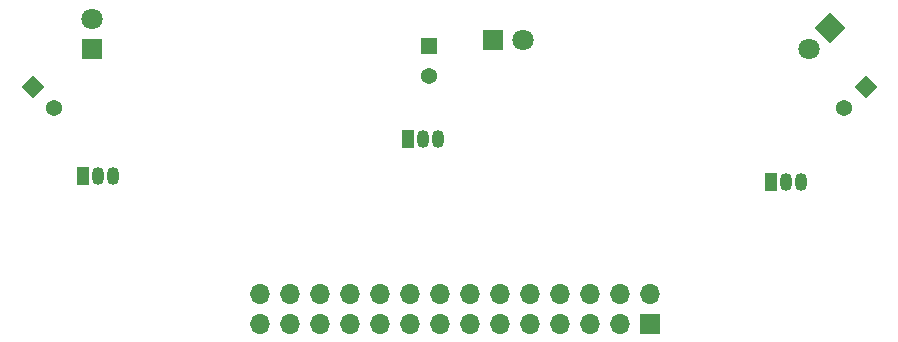
<source format=gbr>
%TF.GenerationSoftware,KiCad,Pcbnew,8.0.1*%
%TF.CreationDate,2024-03-24T13:46:44+02:00*%
%TF.ProjectId,EEE3088F Sensing Subsystem Project,45454533-3038-4384-9620-53656e73696e,rev?*%
%TF.SameCoordinates,Original*%
%TF.FileFunction,Soldermask,Bot*%
%TF.FilePolarity,Negative*%
%FSLAX46Y46*%
G04 Gerber Fmt 4.6, Leading zero omitted, Abs format (unit mm)*
G04 Created by KiCad (PCBNEW 8.0.1) date 2024-03-24 13:46:44*
%MOMM*%
%LPD*%
G01*
G04 APERTURE LIST*
G04 Aperture macros list*
%AMRotRect*
0 Rectangle, with rotation*
0 The origin of the aperture is its center*
0 $1 length*
0 $2 width*
0 $3 Rotation angle, in degrees counterclockwise*
0 Add horizontal line*
21,1,$1,$2,0,0,$3*%
G04 Aperture macros list end*
%ADD10RotRect,1.371600X1.371600X225.000000*%
%ADD11C,1.371600*%
%ADD12R,1.371600X1.371600*%
%ADD13RotRect,1.371600X1.371600X315.000000*%
%ADD14R,1.700000X1.700000*%
%ADD15O,1.700000X1.700000*%
%ADD16R,1.800000X1.800000*%
%ADD17C,1.800000*%
%ADD18RotRect,1.800000X1.800000X225.000000*%
%ADD19R,1.050000X1.500000*%
%ADD20O,1.050000X1.500000*%
G04 APERTURE END LIST*
D10*
%TO.C,LED3*%
X122000000Y-120000000D03*
D11*
X120203949Y-121796051D03*
%TD*%
D12*
%TO.C,LED2*%
X85000000Y-116500000D03*
D11*
X85000000Y-119040000D03*
%TD*%
D13*
%TO.C,LED1*%
X51500000Y-120000000D03*
D11*
X53296051Y-121796051D03*
%TD*%
D14*
%TO.C,J1*%
X103780000Y-140040000D03*
D15*
X103780000Y-137500000D03*
X101240000Y-140040000D03*
X101240000Y-137500000D03*
X98700000Y-140040000D03*
X98700000Y-137500000D03*
X96160000Y-140040000D03*
X96160000Y-137500000D03*
X93620000Y-140040000D03*
X93620000Y-137500000D03*
X91080000Y-140040000D03*
X91080000Y-137500000D03*
X88540000Y-140040000D03*
X88540000Y-137500000D03*
X86000000Y-140040000D03*
X86000000Y-137500000D03*
X83460000Y-140040000D03*
X83460000Y-137500000D03*
X80920000Y-140040000D03*
X80920000Y-137500000D03*
X78380000Y-140040000D03*
X78380000Y-137500000D03*
X75840000Y-140040000D03*
X75840000Y-137500000D03*
X73300000Y-140040000D03*
X73300000Y-137500000D03*
X70760000Y-140040000D03*
X70760000Y-137500000D03*
%TD*%
D16*
%TO.C,D2*%
X90460000Y-116000000D03*
D17*
X93000000Y-116000000D03*
%TD*%
D16*
%TO.C,D1*%
X56500000Y-116775000D03*
D17*
X56500000Y-114235000D03*
%TD*%
D18*
%TO.C,D3*%
X119000000Y-115000000D03*
D17*
X117203949Y-116796051D03*
%TD*%
D19*
%TO.C,Q2*%
X83230000Y-124360000D03*
D20*
X84500000Y-124360000D03*
X85770000Y-124360000D03*
%TD*%
D19*
%TO.C,Q3*%
X113960000Y-128000000D03*
D20*
X115230001Y-128000000D03*
X116500000Y-128000000D03*
%TD*%
%TO.C,Q1*%
X58270000Y-127500000D03*
X57000001Y-127500000D03*
D19*
X55730000Y-127500000D03*
%TD*%
M02*

</source>
